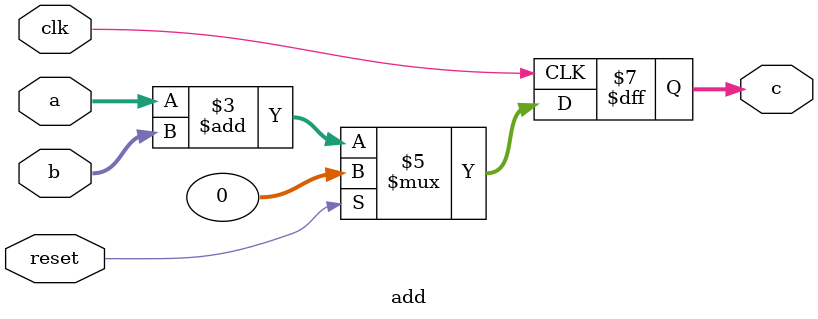
<source format=sv>
module add
(
   input clk,
   input reset,

   input[31:0] a,
   input[31:0] b,

   output var[31:0] c
);
   always_ff @(posedge clk)
   begin
      if (reset == 1'b1)
      begin
         c = 0;
      end
      else
      begin
         c = a + b;
      end
   end

endmodule

</source>
